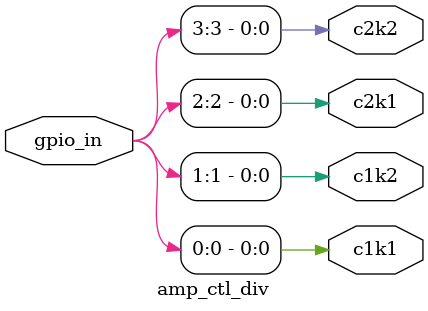
<source format=v>
module amp_ctl_div (
    input  [3:0] gpio_in,
    output       c1k1,
    output       c1k2,
    output       c2k1,
    output       c2k2
);
  assign c1k1 = gpio_in[0];
  assign c1k2 = gpio_in[1];
  assign c2k1 = gpio_in[2];
  assign c2k2 = gpio_in[3];

endmodule  //amp_ctl_div

</source>
